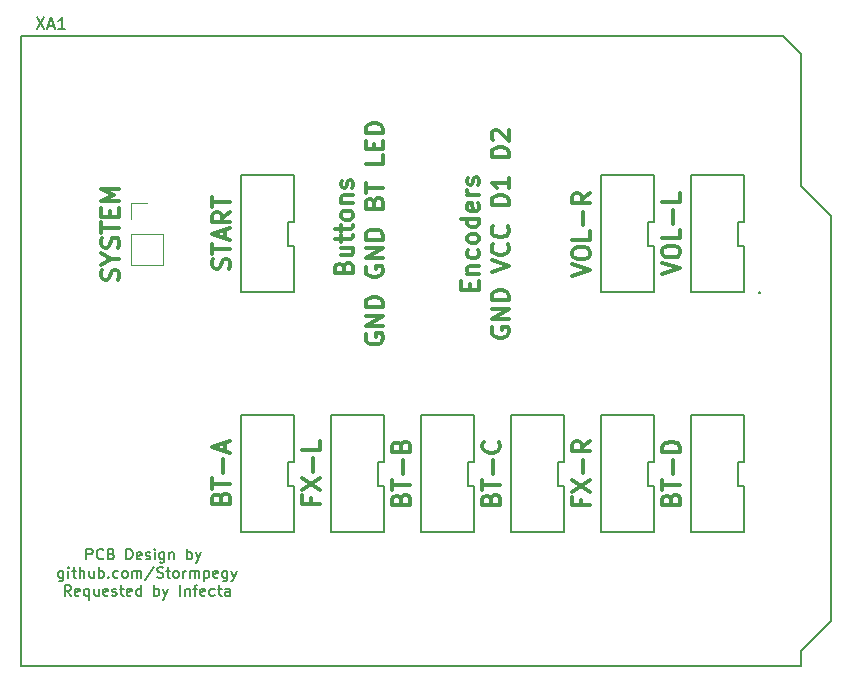
<source format=gbr>
G04 #@! TF.FileFunction,Legend,Top*
%FSLAX46Y46*%
G04 Gerber Fmt 4.6, Leading zero omitted, Abs format (unit mm)*
G04 Created by KiCad (PCBNEW 4.0.7) date 08/10/18 17:58:59*
%MOMM*%
%LPD*%
G01*
G04 APERTURE LIST*
%ADD10C,0.100000*%
%ADD11C,0.200000*%
%ADD12C,0.300000*%
%ADD13C,0.150000*%
%ADD14C,0.203200*%
%ADD15C,0.120000*%
G04 APERTURE END LIST*
D10*
D11*
X152337144Y-93599143D02*
X152337144Y-92699143D01*
X152680001Y-92699143D01*
X152765715Y-92742000D01*
X152808572Y-92784857D01*
X152851429Y-92870571D01*
X152851429Y-92999143D01*
X152808572Y-93084857D01*
X152765715Y-93127714D01*
X152680001Y-93170571D01*
X152337144Y-93170571D01*
X153751429Y-93513429D02*
X153708572Y-93556286D01*
X153580001Y-93599143D01*
X153494287Y-93599143D01*
X153365715Y-93556286D01*
X153280001Y-93470571D01*
X153237144Y-93384857D01*
X153194287Y-93213429D01*
X153194287Y-93084857D01*
X153237144Y-92913429D01*
X153280001Y-92827714D01*
X153365715Y-92742000D01*
X153494287Y-92699143D01*
X153580001Y-92699143D01*
X153708572Y-92742000D01*
X153751429Y-92784857D01*
X154437144Y-93127714D02*
X154565715Y-93170571D01*
X154608572Y-93213429D01*
X154651429Y-93299143D01*
X154651429Y-93427714D01*
X154608572Y-93513429D01*
X154565715Y-93556286D01*
X154480001Y-93599143D01*
X154137144Y-93599143D01*
X154137144Y-92699143D01*
X154437144Y-92699143D01*
X154522858Y-92742000D01*
X154565715Y-92784857D01*
X154608572Y-92870571D01*
X154608572Y-92956286D01*
X154565715Y-93042000D01*
X154522858Y-93084857D01*
X154437144Y-93127714D01*
X154137144Y-93127714D01*
X155722858Y-93599143D02*
X155722858Y-92699143D01*
X155937143Y-92699143D01*
X156065715Y-92742000D01*
X156151429Y-92827714D01*
X156194286Y-92913429D01*
X156237143Y-93084857D01*
X156237143Y-93213429D01*
X156194286Y-93384857D01*
X156151429Y-93470571D01*
X156065715Y-93556286D01*
X155937143Y-93599143D01*
X155722858Y-93599143D01*
X156965715Y-93556286D02*
X156880001Y-93599143D01*
X156708572Y-93599143D01*
X156622858Y-93556286D01*
X156580001Y-93470571D01*
X156580001Y-93127714D01*
X156622858Y-93042000D01*
X156708572Y-92999143D01*
X156880001Y-92999143D01*
X156965715Y-93042000D01*
X157008572Y-93127714D01*
X157008572Y-93213429D01*
X156580001Y-93299143D01*
X157351430Y-93556286D02*
X157437144Y-93599143D01*
X157608572Y-93599143D01*
X157694287Y-93556286D01*
X157737144Y-93470571D01*
X157737144Y-93427714D01*
X157694287Y-93342000D01*
X157608572Y-93299143D01*
X157480001Y-93299143D01*
X157394287Y-93256286D01*
X157351430Y-93170571D01*
X157351430Y-93127714D01*
X157394287Y-93042000D01*
X157480001Y-92999143D01*
X157608572Y-92999143D01*
X157694287Y-93042000D01*
X158122858Y-93599143D02*
X158122858Y-92999143D01*
X158122858Y-92699143D02*
X158080001Y-92742000D01*
X158122858Y-92784857D01*
X158165715Y-92742000D01*
X158122858Y-92699143D01*
X158122858Y-92784857D01*
X158937143Y-92999143D02*
X158937143Y-93727714D01*
X158894286Y-93813429D01*
X158851429Y-93856286D01*
X158765714Y-93899143D01*
X158637143Y-93899143D01*
X158551429Y-93856286D01*
X158937143Y-93556286D02*
X158851429Y-93599143D01*
X158680000Y-93599143D01*
X158594286Y-93556286D01*
X158551429Y-93513429D01*
X158508572Y-93427714D01*
X158508572Y-93170571D01*
X158551429Y-93084857D01*
X158594286Y-93042000D01*
X158680000Y-92999143D01*
X158851429Y-92999143D01*
X158937143Y-93042000D01*
X159365715Y-92999143D02*
X159365715Y-93599143D01*
X159365715Y-93084857D02*
X159408572Y-93042000D01*
X159494286Y-92999143D01*
X159622858Y-92999143D01*
X159708572Y-93042000D01*
X159751429Y-93127714D01*
X159751429Y-93599143D01*
X160865715Y-93599143D02*
X160865715Y-92699143D01*
X160865715Y-93042000D02*
X160951429Y-92999143D01*
X161122858Y-92999143D01*
X161208572Y-93042000D01*
X161251429Y-93084857D01*
X161294286Y-93170571D01*
X161294286Y-93427714D01*
X161251429Y-93513429D01*
X161208572Y-93556286D01*
X161122858Y-93599143D01*
X160951429Y-93599143D01*
X160865715Y-93556286D01*
X161594286Y-92999143D02*
X161808572Y-93599143D01*
X162022858Y-92999143D02*
X161808572Y-93599143D01*
X161722858Y-93813429D01*
X161680001Y-93856286D01*
X161594286Y-93899143D01*
X150387142Y-94549143D02*
X150387142Y-95277714D01*
X150344285Y-95363429D01*
X150301428Y-95406286D01*
X150215713Y-95449143D01*
X150087142Y-95449143D01*
X150001428Y-95406286D01*
X150387142Y-95106286D02*
X150301428Y-95149143D01*
X150129999Y-95149143D01*
X150044285Y-95106286D01*
X150001428Y-95063429D01*
X149958571Y-94977714D01*
X149958571Y-94720571D01*
X150001428Y-94634857D01*
X150044285Y-94592000D01*
X150129999Y-94549143D01*
X150301428Y-94549143D01*
X150387142Y-94592000D01*
X150815714Y-95149143D02*
X150815714Y-94549143D01*
X150815714Y-94249143D02*
X150772857Y-94292000D01*
X150815714Y-94334857D01*
X150858571Y-94292000D01*
X150815714Y-94249143D01*
X150815714Y-94334857D01*
X151115713Y-94549143D02*
X151458570Y-94549143D01*
X151244285Y-94249143D02*
X151244285Y-95020571D01*
X151287142Y-95106286D01*
X151372856Y-95149143D01*
X151458570Y-95149143D01*
X151758571Y-95149143D02*
X151758571Y-94249143D01*
X152144285Y-95149143D02*
X152144285Y-94677714D01*
X152101428Y-94592000D01*
X152015714Y-94549143D01*
X151887142Y-94549143D01*
X151801428Y-94592000D01*
X151758571Y-94634857D01*
X152958571Y-94549143D02*
X152958571Y-95149143D01*
X152572857Y-94549143D02*
X152572857Y-95020571D01*
X152615714Y-95106286D01*
X152701428Y-95149143D01*
X152830000Y-95149143D01*
X152915714Y-95106286D01*
X152958571Y-95063429D01*
X153387143Y-95149143D02*
X153387143Y-94249143D01*
X153387143Y-94592000D02*
X153472857Y-94549143D01*
X153644286Y-94549143D01*
X153730000Y-94592000D01*
X153772857Y-94634857D01*
X153815714Y-94720571D01*
X153815714Y-94977714D01*
X153772857Y-95063429D01*
X153730000Y-95106286D01*
X153644286Y-95149143D01*
X153472857Y-95149143D01*
X153387143Y-95106286D01*
X154201429Y-95063429D02*
X154244286Y-95106286D01*
X154201429Y-95149143D01*
X154158572Y-95106286D01*
X154201429Y-95063429D01*
X154201429Y-95149143D01*
X155015714Y-95106286D02*
X154930000Y-95149143D01*
X154758571Y-95149143D01*
X154672857Y-95106286D01*
X154630000Y-95063429D01*
X154587143Y-94977714D01*
X154587143Y-94720571D01*
X154630000Y-94634857D01*
X154672857Y-94592000D01*
X154758571Y-94549143D01*
X154930000Y-94549143D01*
X155015714Y-94592000D01*
X155530000Y-95149143D02*
X155444286Y-95106286D01*
X155401429Y-95063429D01*
X155358572Y-94977714D01*
X155358572Y-94720571D01*
X155401429Y-94634857D01*
X155444286Y-94592000D01*
X155530000Y-94549143D01*
X155658572Y-94549143D01*
X155744286Y-94592000D01*
X155787143Y-94634857D01*
X155830000Y-94720571D01*
X155830000Y-94977714D01*
X155787143Y-95063429D01*
X155744286Y-95106286D01*
X155658572Y-95149143D01*
X155530000Y-95149143D01*
X156215715Y-95149143D02*
X156215715Y-94549143D01*
X156215715Y-94634857D02*
X156258572Y-94592000D01*
X156344286Y-94549143D01*
X156472858Y-94549143D01*
X156558572Y-94592000D01*
X156601429Y-94677714D01*
X156601429Y-95149143D01*
X156601429Y-94677714D02*
X156644286Y-94592000D01*
X156730000Y-94549143D01*
X156858572Y-94549143D01*
X156944286Y-94592000D01*
X156987143Y-94677714D01*
X156987143Y-95149143D01*
X158058572Y-94206286D02*
X157287143Y-95363429D01*
X158315715Y-95106286D02*
X158444286Y-95149143D01*
X158658572Y-95149143D01*
X158744286Y-95106286D01*
X158787143Y-95063429D01*
X158830000Y-94977714D01*
X158830000Y-94892000D01*
X158787143Y-94806286D01*
X158744286Y-94763429D01*
X158658572Y-94720571D01*
X158487143Y-94677714D01*
X158401429Y-94634857D01*
X158358572Y-94592000D01*
X158315715Y-94506286D01*
X158315715Y-94420571D01*
X158358572Y-94334857D01*
X158401429Y-94292000D01*
X158487143Y-94249143D01*
X158701429Y-94249143D01*
X158830000Y-94292000D01*
X159087143Y-94549143D02*
X159430000Y-94549143D01*
X159215715Y-94249143D02*
X159215715Y-95020571D01*
X159258572Y-95106286D01*
X159344286Y-95149143D01*
X159430000Y-95149143D01*
X159858572Y-95149143D02*
X159772858Y-95106286D01*
X159730001Y-95063429D01*
X159687144Y-94977714D01*
X159687144Y-94720571D01*
X159730001Y-94634857D01*
X159772858Y-94592000D01*
X159858572Y-94549143D01*
X159987144Y-94549143D01*
X160072858Y-94592000D01*
X160115715Y-94634857D01*
X160158572Y-94720571D01*
X160158572Y-94977714D01*
X160115715Y-95063429D01*
X160072858Y-95106286D01*
X159987144Y-95149143D01*
X159858572Y-95149143D01*
X160544287Y-95149143D02*
X160544287Y-94549143D01*
X160544287Y-94720571D02*
X160587144Y-94634857D01*
X160630001Y-94592000D01*
X160715715Y-94549143D01*
X160801430Y-94549143D01*
X161101430Y-95149143D02*
X161101430Y-94549143D01*
X161101430Y-94634857D02*
X161144287Y-94592000D01*
X161230001Y-94549143D01*
X161358573Y-94549143D01*
X161444287Y-94592000D01*
X161487144Y-94677714D01*
X161487144Y-95149143D01*
X161487144Y-94677714D02*
X161530001Y-94592000D01*
X161615715Y-94549143D01*
X161744287Y-94549143D01*
X161830001Y-94592000D01*
X161872858Y-94677714D01*
X161872858Y-95149143D01*
X162301430Y-94549143D02*
X162301430Y-95449143D01*
X162301430Y-94592000D02*
X162387144Y-94549143D01*
X162558573Y-94549143D01*
X162644287Y-94592000D01*
X162687144Y-94634857D01*
X162730001Y-94720571D01*
X162730001Y-94977714D01*
X162687144Y-95063429D01*
X162644287Y-95106286D01*
X162558573Y-95149143D01*
X162387144Y-95149143D01*
X162301430Y-95106286D01*
X163458573Y-95106286D02*
X163372859Y-95149143D01*
X163201430Y-95149143D01*
X163115716Y-95106286D01*
X163072859Y-95020571D01*
X163072859Y-94677714D01*
X163115716Y-94592000D01*
X163201430Y-94549143D01*
X163372859Y-94549143D01*
X163458573Y-94592000D01*
X163501430Y-94677714D01*
X163501430Y-94763429D01*
X163072859Y-94849143D01*
X164272859Y-94549143D02*
X164272859Y-95277714D01*
X164230002Y-95363429D01*
X164187145Y-95406286D01*
X164101430Y-95449143D01*
X163972859Y-95449143D01*
X163887145Y-95406286D01*
X164272859Y-95106286D02*
X164187145Y-95149143D01*
X164015716Y-95149143D01*
X163930002Y-95106286D01*
X163887145Y-95063429D01*
X163844288Y-94977714D01*
X163844288Y-94720571D01*
X163887145Y-94634857D01*
X163930002Y-94592000D01*
X164015716Y-94549143D01*
X164187145Y-94549143D01*
X164272859Y-94592000D01*
X164615716Y-94549143D02*
X164830002Y-95149143D01*
X165044288Y-94549143D02*
X164830002Y-95149143D01*
X164744288Y-95363429D01*
X164701431Y-95406286D01*
X164615716Y-95449143D01*
X151008570Y-96699143D02*
X150708570Y-96270571D01*
X150494285Y-96699143D02*
X150494285Y-95799143D01*
X150837142Y-95799143D01*
X150922856Y-95842000D01*
X150965713Y-95884857D01*
X151008570Y-95970571D01*
X151008570Y-96099143D01*
X150965713Y-96184857D01*
X150922856Y-96227714D01*
X150837142Y-96270571D01*
X150494285Y-96270571D01*
X151737142Y-96656286D02*
X151651428Y-96699143D01*
X151479999Y-96699143D01*
X151394285Y-96656286D01*
X151351428Y-96570571D01*
X151351428Y-96227714D01*
X151394285Y-96142000D01*
X151479999Y-96099143D01*
X151651428Y-96099143D01*
X151737142Y-96142000D01*
X151779999Y-96227714D01*
X151779999Y-96313429D01*
X151351428Y-96399143D01*
X152551428Y-96099143D02*
X152551428Y-96999143D01*
X152551428Y-96656286D02*
X152465714Y-96699143D01*
X152294285Y-96699143D01*
X152208571Y-96656286D01*
X152165714Y-96613429D01*
X152122857Y-96527714D01*
X152122857Y-96270571D01*
X152165714Y-96184857D01*
X152208571Y-96142000D01*
X152294285Y-96099143D01*
X152465714Y-96099143D01*
X152551428Y-96142000D01*
X153365714Y-96099143D02*
X153365714Y-96699143D01*
X152980000Y-96099143D02*
X152980000Y-96570571D01*
X153022857Y-96656286D01*
X153108571Y-96699143D01*
X153237143Y-96699143D01*
X153322857Y-96656286D01*
X153365714Y-96613429D01*
X154137143Y-96656286D02*
X154051429Y-96699143D01*
X153880000Y-96699143D01*
X153794286Y-96656286D01*
X153751429Y-96570571D01*
X153751429Y-96227714D01*
X153794286Y-96142000D01*
X153880000Y-96099143D01*
X154051429Y-96099143D01*
X154137143Y-96142000D01*
X154180000Y-96227714D01*
X154180000Y-96313429D01*
X153751429Y-96399143D01*
X154522858Y-96656286D02*
X154608572Y-96699143D01*
X154780000Y-96699143D01*
X154865715Y-96656286D01*
X154908572Y-96570571D01*
X154908572Y-96527714D01*
X154865715Y-96442000D01*
X154780000Y-96399143D01*
X154651429Y-96399143D01*
X154565715Y-96356286D01*
X154522858Y-96270571D01*
X154522858Y-96227714D01*
X154565715Y-96142000D01*
X154651429Y-96099143D01*
X154780000Y-96099143D01*
X154865715Y-96142000D01*
X155165714Y-96099143D02*
X155508571Y-96099143D01*
X155294286Y-95799143D02*
X155294286Y-96570571D01*
X155337143Y-96656286D01*
X155422857Y-96699143D01*
X155508571Y-96699143D01*
X156151429Y-96656286D02*
X156065715Y-96699143D01*
X155894286Y-96699143D01*
X155808572Y-96656286D01*
X155765715Y-96570571D01*
X155765715Y-96227714D01*
X155808572Y-96142000D01*
X155894286Y-96099143D01*
X156065715Y-96099143D01*
X156151429Y-96142000D01*
X156194286Y-96227714D01*
X156194286Y-96313429D01*
X155765715Y-96399143D01*
X156965715Y-96699143D02*
X156965715Y-95799143D01*
X156965715Y-96656286D02*
X156880001Y-96699143D01*
X156708572Y-96699143D01*
X156622858Y-96656286D01*
X156580001Y-96613429D01*
X156537144Y-96527714D01*
X156537144Y-96270571D01*
X156580001Y-96184857D01*
X156622858Y-96142000D01*
X156708572Y-96099143D01*
X156880001Y-96099143D01*
X156965715Y-96142000D01*
X158080001Y-96699143D02*
X158080001Y-95799143D01*
X158080001Y-96142000D02*
X158165715Y-96099143D01*
X158337144Y-96099143D01*
X158422858Y-96142000D01*
X158465715Y-96184857D01*
X158508572Y-96270571D01*
X158508572Y-96527714D01*
X158465715Y-96613429D01*
X158422858Y-96656286D01*
X158337144Y-96699143D01*
X158165715Y-96699143D01*
X158080001Y-96656286D01*
X158808572Y-96099143D02*
X159022858Y-96699143D01*
X159237144Y-96099143D02*
X159022858Y-96699143D01*
X158937144Y-96913429D01*
X158894287Y-96956286D01*
X158808572Y-96999143D01*
X160265715Y-96699143D02*
X160265715Y-95799143D01*
X160694286Y-96099143D02*
X160694286Y-96699143D01*
X160694286Y-96184857D02*
X160737143Y-96142000D01*
X160822857Y-96099143D01*
X160951429Y-96099143D01*
X161037143Y-96142000D01*
X161080000Y-96227714D01*
X161080000Y-96699143D01*
X161380000Y-96099143D02*
X161722857Y-96099143D01*
X161508572Y-96699143D02*
X161508572Y-95927714D01*
X161551429Y-95842000D01*
X161637143Y-95799143D01*
X161722857Y-95799143D01*
X162365715Y-96656286D02*
X162280001Y-96699143D01*
X162108572Y-96699143D01*
X162022858Y-96656286D01*
X161980001Y-96570571D01*
X161980001Y-96227714D01*
X162022858Y-96142000D01*
X162108572Y-96099143D01*
X162280001Y-96099143D01*
X162365715Y-96142000D01*
X162408572Y-96227714D01*
X162408572Y-96313429D01*
X161980001Y-96399143D01*
X163180001Y-96656286D02*
X163094287Y-96699143D01*
X162922858Y-96699143D01*
X162837144Y-96656286D01*
X162794287Y-96613429D01*
X162751430Y-96527714D01*
X162751430Y-96270571D01*
X162794287Y-96184857D01*
X162837144Y-96142000D01*
X162922858Y-96099143D01*
X163094287Y-96099143D01*
X163180001Y-96142000D01*
X163437144Y-96099143D02*
X163780001Y-96099143D01*
X163565716Y-95799143D02*
X163565716Y-96570571D01*
X163608573Y-96656286D01*
X163694287Y-96699143D01*
X163780001Y-96699143D01*
X164465716Y-96699143D02*
X164465716Y-96227714D01*
X164422859Y-96142000D01*
X164337145Y-96099143D01*
X164165716Y-96099143D01*
X164080002Y-96142000D01*
X164465716Y-96656286D02*
X164380002Y-96699143D01*
X164165716Y-96699143D01*
X164080002Y-96656286D01*
X164037145Y-96570571D01*
X164037145Y-96484857D01*
X164080002Y-96399143D01*
X164165716Y-96356286D01*
X164380002Y-96356286D01*
X164465716Y-96313429D01*
D12*
X184799857Y-70754285D02*
X184799857Y-70254285D01*
X185585571Y-70039999D02*
X185585571Y-70754285D01*
X184085571Y-70754285D01*
X184085571Y-70039999D01*
X184585571Y-69397142D02*
X185585571Y-69397142D01*
X184728429Y-69397142D02*
X184657000Y-69325714D01*
X184585571Y-69182856D01*
X184585571Y-68968571D01*
X184657000Y-68825714D01*
X184799857Y-68754285D01*
X185585571Y-68754285D01*
X185514143Y-67397142D02*
X185585571Y-67539999D01*
X185585571Y-67825713D01*
X185514143Y-67968571D01*
X185442714Y-68039999D01*
X185299857Y-68111428D01*
X184871286Y-68111428D01*
X184728429Y-68039999D01*
X184657000Y-67968571D01*
X184585571Y-67825713D01*
X184585571Y-67539999D01*
X184657000Y-67397142D01*
X185585571Y-66539999D02*
X185514143Y-66682857D01*
X185442714Y-66754285D01*
X185299857Y-66825714D01*
X184871286Y-66825714D01*
X184728429Y-66754285D01*
X184657000Y-66682857D01*
X184585571Y-66539999D01*
X184585571Y-66325714D01*
X184657000Y-66182857D01*
X184728429Y-66111428D01*
X184871286Y-66039999D01*
X185299857Y-66039999D01*
X185442714Y-66111428D01*
X185514143Y-66182857D01*
X185585571Y-66325714D01*
X185585571Y-66539999D01*
X185585571Y-64754285D02*
X184085571Y-64754285D01*
X185514143Y-64754285D02*
X185585571Y-64897142D01*
X185585571Y-65182856D01*
X185514143Y-65325714D01*
X185442714Y-65397142D01*
X185299857Y-65468571D01*
X184871286Y-65468571D01*
X184728429Y-65397142D01*
X184657000Y-65325714D01*
X184585571Y-65182856D01*
X184585571Y-64897142D01*
X184657000Y-64754285D01*
X185514143Y-63468571D02*
X185585571Y-63611428D01*
X185585571Y-63897142D01*
X185514143Y-64039999D01*
X185371286Y-64111428D01*
X184799857Y-64111428D01*
X184657000Y-64039999D01*
X184585571Y-63897142D01*
X184585571Y-63611428D01*
X184657000Y-63468571D01*
X184799857Y-63397142D01*
X184942714Y-63397142D01*
X185085571Y-64111428D01*
X185585571Y-62754285D02*
X184585571Y-62754285D01*
X184871286Y-62754285D02*
X184728429Y-62682857D01*
X184657000Y-62611428D01*
X184585571Y-62468571D01*
X184585571Y-62325714D01*
X185514143Y-61897143D02*
X185585571Y-61754286D01*
X185585571Y-61468571D01*
X185514143Y-61325714D01*
X185371286Y-61254286D01*
X185299857Y-61254286D01*
X185157000Y-61325714D01*
X185085571Y-61468571D01*
X185085571Y-61682857D01*
X185014143Y-61825714D01*
X184871286Y-61897143D01*
X184799857Y-61897143D01*
X184657000Y-61825714D01*
X184585571Y-61682857D01*
X184585571Y-61468571D01*
X184657000Y-61325714D01*
X186707000Y-73968571D02*
X186635571Y-74111428D01*
X186635571Y-74325714D01*
X186707000Y-74539999D01*
X186849857Y-74682857D01*
X186992714Y-74754285D01*
X187278429Y-74825714D01*
X187492714Y-74825714D01*
X187778429Y-74754285D01*
X187921286Y-74682857D01*
X188064143Y-74539999D01*
X188135571Y-74325714D01*
X188135571Y-74182857D01*
X188064143Y-73968571D01*
X187992714Y-73897142D01*
X187492714Y-73897142D01*
X187492714Y-74182857D01*
X188135571Y-73254285D02*
X186635571Y-73254285D01*
X188135571Y-72397142D01*
X186635571Y-72397142D01*
X188135571Y-71682856D02*
X186635571Y-71682856D01*
X186635571Y-71325713D01*
X186707000Y-71111428D01*
X186849857Y-70968570D01*
X186992714Y-70897142D01*
X187278429Y-70825713D01*
X187492714Y-70825713D01*
X187778429Y-70897142D01*
X187921286Y-70968570D01*
X188064143Y-71111428D01*
X188135571Y-71325713D01*
X188135571Y-71682856D01*
X186635571Y-69254285D02*
X188135571Y-68754285D01*
X186635571Y-68254285D01*
X187992714Y-66897142D02*
X188064143Y-66968571D01*
X188135571Y-67182857D01*
X188135571Y-67325714D01*
X188064143Y-67539999D01*
X187921286Y-67682857D01*
X187778429Y-67754285D01*
X187492714Y-67825714D01*
X187278429Y-67825714D01*
X186992714Y-67754285D01*
X186849857Y-67682857D01*
X186707000Y-67539999D01*
X186635571Y-67325714D01*
X186635571Y-67182857D01*
X186707000Y-66968571D01*
X186778429Y-66897142D01*
X187992714Y-65397142D02*
X188064143Y-65468571D01*
X188135571Y-65682857D01*
X188135571Y-65825714D01*
X188064143Y-66039999D01*
X187921286Y-66182857D01*
X187778429Y-66254285D01*
X187492714Y-66325714D01*
X187278429Y-66325714D01*
X186992714Y-66254285D01*
X186849857Y-66182857D01*
X186707000Y-66039999D01*
X186635571Y-65825714D01*
X186635571Y-65682857D01*
X186707000Y-65468571D01*
X186778429Y-65397142D01*
X188135571Y-63611428D02*
X186635571Y-63611428D01*
X186635571Y-63254285D01*
X186707000Y-63040000D01*
X186849857Y-62897142D01*
X186992714Y-62825714D01*
X187278429Y-62754285D01*
X187492714Y-62754285D01*
X187778429Y-62825714D01*
X187921286Y-62897142D01*
X188064143Y-63040000D01*
X188135571Y-63254285D01*
X188135571Y-63611428D01*
X188135571Y-61325714D02*
X188135571Y-62182857D01*
X188135571Y-61754285D02*
X186635571Y-61754285D01*
X186849857Y-61897142D01*
X186992714Y-62040000D01*
X187064143Y-62182857D01*
X188135571Y-59540000D02*
X186635571Y-59540000D01*
X186635571Y-59182857D01*
X186707000Y-58968572D01*
X186849857Y-58825714D01*
X186992714Y-58754286D01*
X187278429Y-58682857D01*
X187492714Y-58682857D01*
X187778429Y-58754286D01*
X187921286Y-58825714D01*
X188064143Y-58968572D01*
X188135571Y-59182857D01*
X188135571Y-59540000D01*
X186778429Y-58111429D02*
X186707000Y-58040000D01*
X186635571Y-57897143D01*
X186635571Y-57540000D01*
X186707000Y-57397143D01*
X186778429Y-57325714D01*
X186921286Y-57254286D01*
X187064143Y-57254286D01*
X187278429Y-57325714D01*
X188135571Y-58182857D01*
X188135571Y-57254286D01*
X174131857Y-68861429D02*
X174203286Y-68647143D01*
X174274714Y-68575715D01*
X174417571Y-68504286D01*
X174631857Y-68504286D01*
X174774714Y-68575715D01*
X174846143Y-68647143D01*
X174917571Y-68790001D01*
X174917571Y-69361429D01*
X173417571Y-69361429D01*
X173417571Y-68861429D01*
X173489000Y-68718572D01*
X173560429Y-68647143D01*
X173703286Y-68575715D01*
X173846143Y-68575715D01*
X173989000Y-68647143D01*
X174060429Y-68718572D01*
X174131857Y-68861429D01*
X174131857Y-69361429D01*
X173917571Y-67218572D02*
X174917571Y-67218572D01*
X173917571Y-67861429D02*
X174703286Y-67861429D01*
X174846143Y-67790001D01*
X174917571Y-67647143D01*
X174917571Y-67432858D01*
X174846143Y-67290001D01*
X174774714Y-67218572D01*
X173917571Y-66718572D02*
X173917571Y-66147143D01*
X173417571Y-66504286D02*
X174703286Y-66504286D01*
X174846143Y-66432858D01*
X174917571Y-66290000D01*
X174917571Y-66147143D01*
X173917571Y-65861429D02*
X173917571Y-65290000D01*
X173417571Y-65647143D02*
X174703286Y-65647143D01*
X174846143Y-65575715D01*
X174917571Y-65432857D01*
X174917571Y-65290000D01*
X174917571Y-64575714D02*
X174846143Y-64718572D01*
X174774714Y-64790000D01*
X174631857Y-64861429D01*
X174203286Y-64861429D01*
X174060429Y-64790000D01*
X173989000Y-64718572D01*
X173917571Y-64575714D01*
X173917571Y-64361429D01*
X173989000Y-64218572D01*
X174060429Y-64147143D01*
X174203286Y-64075714D01*
X174631857Y-64075714D01*
X174774714Y-64147143D01*
X174846143Y-64218572D01*
X174917571Y-64361429D01*
X174917571Y-64575714D01*
X173917571Y-63432857D02*
X174917571Y-63432857D01*
X174060429Y-63432857D02*
X173989000Y-63361429D01*
X173917571Y-63218571D01*
X173917571Y-63004286D01*
X173989000Y-62861429D01*
X174131857Y-62790000D01*
X174917571Y-62790000D01*
X174846143Y-62147143D02*
X174917571Y-62004286D01*
X174917571Y-61718571D01*
X174846143Y-61575714D01*
X174703286Y-61504286D01*
X174631857Y-61504286D01*
X174489000Y-61575714D01*
X174417571Y-61718571D01*
X174417571Y-61932857D01*
X174346143Y-62075714D01*
X174203286Y-62147143D01*
X174131857Y-62147143D01*
X173989000Y-62075714D01*
X173917571Y-61932857D01*
X173917571Y-61718571D01*
X173989000Y-61575714D01*
X176039000Y-74540000D02*
X175967571Y-74682857D01*
X175967571Y-74897143D01*
X176039000Y-75111428D01*
X176181857Y-75254286D01*
X176324714Y-75325714D01*
X176610429Y-75397143D01*
X176824714Y-75397143D01*
X177110429Y-75325714D01*
X177253286Y-75254286D01*
X177396143Y-75111428D01*
X177467571Y-74897143D01*
X177467571Y-74754286D01*
X177396143Y-74540000D01*
X177324714Y-74468571D01*
X176824714Y-74468571D01*
X176824714Y-74754286D01*
X177467571Y-73825714D02*
X175967571Y-73825714D01*
X177467571Y-72968571D01*
X175967571Y-72968571D01*
X177467571Y-72254285D02*
X175967571Y-72254285D01*
X175967571Y-71897142D01*
X176039000Y-71682857D01*
X176181857Y-71539999D01*
X176324714Y-71468571D01*
X176610429Y-71397142D01*
X176824714Y-71397142D01*
X177110429Y-71468571D01*
X177253286Y-71539999D01*
X177396143Y-71682857D01*
X177467571Y-71897142D01*
X177467571Y-72254285D01*
X176039000Y-68825714D02*
X175967571Y-68968571D01*
X175967571Y-69182857D01*
X176039000Y-69397142D01*
X176181857Y-69540000D01*
X176324714Y-69611428D01*
X176610429Y-69682857D01*
X176824714Y-69682857D01*
X177110429Y-69611428D01*
X177253286Y-69540000D01*
X177396143Y-69397142D01*
X177467571Y-69182857D01*
X177467571Y-69040000D01*
X177396143Y-68825714D01*
X177324714Y-68754285D01*
X176824714Y-68754285D01*
X176824714Y-69040000D01*
X177467571Y-68111428D02*
X175967571Y-68111428D01*
X177467571Y-67254285D01*
X175967571Y-67254285D01*
X177467571Y-66539999D02*
X175967571Y-66539999D01*
X175967571Y-66182856D01*
X176039000Y-65968571D01*
X176181857Y-65825713D01*
X176324714Y-65754285D01*
X176610429Y-65682856D01*
X176824714Y-65682856D01*
X177110429Y-65754285D01*
X177253286Y-65825713D01*
X177396143Y-65968571D01*
X177467571Y-66182856D01*
X177467571Y-66539999D01*
X176681857Y-63397142D02*
X176753286Y-63182856D01*
X176824714Y-63111428D01*
X176967571Y-63039999D01*
X177181857Y-63039999D01*
X177324714Y-63111428D01*
X177396143Y-63182856D01*
X177467571Y-63325714D01*
X177467571Y-63897142D01*
X175967571Y-63897142D01*
X175967571Y-63397142D01*
X176039000Y-63254285D01*
X176110429Y-63182856D01*
X176253286Y-63111428D01*
X176396143Y-63111428D01*
X176539000Y-63182856D01*
X176610429Y-63254285D01*
X176681857Y-63397142D01*
X176681857Y-63897142D01*
X175967571Y-62611428D02*
X175967571Y-61754285D01*
X177467571Y-62182856D02*
X175967571Y-62182856D01*
X177467571Y-59397142D02*
X177467571Y-60111428D01*
X175967571Y-60111428D01*
X176681857Y-58897142D02*
X176681857Y-58397142D01*
X177467571Y-58182856D02*
X177467571Y-58897142D01*
X175967571Y-58897142D01*
X175967571Y-58182856D01*
X177467571Y-57539999D02*
X175967571Y-57539999D01*
X175967571Y-57182856D01*
X176039000Y-56968571D01*
X176181857Y-56825713D01*
X176324714Y-56754285D01*
X176610429Y-56682856D01*
X176824714Y-56682856D01*
X177110429Y-56754285D01*
X177253286Y-56825713D01*
X177396143Y-56968571D01*
X177467571Y-57182856D01*
X177467571Y-57539999D01*
X155039143Y-69932857D02*
X155110571Y-69718571D01*
X155110571Y-69361428D01*
X155039143Y-69218571D01*
X154967714Y-69147142D01*
X154824857Y-69075714D01*
X154682000Y-69075714D01*
X154539143Y-69147142D01*
X154467714Y-69218571D01*
X154396286Y-69361428D01*
X154324857Y-69647142D01*
X154253429Y-69790000D01*
X154182000Y-69861428D01*
X154039143Y-69932857D01*
X153896286Y-69932857D01*
X153753429Y-69861428D01*
X153682000Y-69790000D01*
X153610571Y-69647142D01*
X153610571Y-69290000D01*
X153682000Y-69075714D01*
X154396286Y-68147143D02*
X155110571Y-68147143D01*
X153610571Y-68647143D02*
X154396286Y-68147143D01*
X153610571Y-67647143D01*
X155039143Y-67218572D02*
X155110571Y-67004286D01*
X155110571Y-66647143D01*
X155039143Y-66504286D01*
X154967714Y-66432857D01*
X154824857Y-66361429D01*
X154682000Y-66361429D01*
X154539143Y-66432857D01*
X154467714Y-66504286D01*
X154396286Y-66647143D01*
X154324857Y-66932857D01*
X154253429Y-67075715D01*
X154182000Y-67147143D01*
X154039143Y-67218572D01*
X153896286Y-67218572D01*
X153753429Y-67147143D01*
X153682000Y-67075715D01*
X153610571Y-66932857D01*
X153610571Y-66575715D01*
X153682000Y-66361429D01*
X153610571Y-65932858D02*
X153610571Y-65075715D01*
X155110571Y-65504286D02*
X153610571Y-65504286D01*
X154324857Y-64575715D02*
X154324857Y-64075715D01*
X155110571Y-63861429D02*
X155110571Y-64575715D01*
X153610571Y-64575715D01*
X153610571Y-63861429D01*
X155110571Y-63218572D02*
X153610571Y-63218572D01*
X154682000Y-62718572D01*
X153610571Y-62218572D01*
X155110571Y-62218572D01*
X201822857Y-88502857D02*
X201894286Y-88288571D01*
X201965714Y-88217143D01*
X202108571Y-88145714D01*
X202322857Y-88145714D01*
X202465714Y-88217143D01*
X202537143Y-88288571D01*
X202608571Y-88431429D01*
X202608571Y-89002857D01*
X201108571Y-89002857D01*
X201108571Y-88502857D01*
X201180000Y-88360000D01*
X201251429Y-88288571D01*
X201394286Y-88217143D01*
X201537143Y-88217143D01*
X201680000Y-88288571D01*
X201751429Y-88360000D01*
X201822857Y-88502857D01*
X201822857Y-89002857D01*
X201108571Y-87717143D02*
X201108571Y-86860000D01*
X202608571Y-87288571D02*
X201108571Y-87288571D01*
X202037143Y-86360000D02*
X202037143Y-85217143D01*
X202608571Y-84502857D02*
X201108571Y-84502857D01*
X201108571Y-84145714D01*
X201180000Y-83931429D01*
X201322857Y-83788571D01*
X201465714Y-83717143D01*
X201751429Y-83645714D01*
X201965714Y-83645714D01*
X202251429Y-83717143D01*
X202394286Y-83788571D01*
X202537143Y-83931429D01*
X202608571Y-84145714D01*
X202608571Y-84502857D01*
X194202857Y-88538571D02*
X194202857Y-89038571D01*
X194988571Y-89038571D02*
X193488571Y-89038571D01*
X193488571Y-88324285D01*
X193488571Y-87895714D02*
X194988571Y-86895714D01*
X193488571Y-86895714D02*
X194988571Y-87895714D01*
X194417143Y-86324286D02*
X194417143Y-85181429D01*
X194988571Y-83610000D02*
X194274286Y-84110000D01*
X194988571Y-84467143D02*
X193488571Y-84467143D01*
X193488571Y-83895715D01*
X193560000Y-83752857D01*
X193631429Y-83681429D01*
X193774286Y-83610000D01*
X193988571Y-83610000D01*
X194131429Y-83681429D01*
X194202857Y-83752857D01*
X194274286Y-83895715D01*
X194274286Y-84467143D01*
X186582857Y-88502857D02*
X186654286Y-88288571D01*
X186725714Y-88217143D01*
X186868571Y-88145714D01*
X187082857Y-88145714D01*
X187225714Y-88217143D01*
X187297143Y-88288571D01*
X187368571Y-88431429D01*
X187368571Y-89002857D01*
X185868571Y-89002857D01*
X185868571Y-88502857D01*
X185940000Y-88360000D01*
X186011429Y-88288571D01*
X186154286Y-88217143D01*
X186297143Y-88217143D01*
X186440000Y-88288571D01*
X186511429Y-88360000D01*
X186582857Y-88502857D01*
X186582857Y-89002857D01*
X185868571Y-87717143D02*
X185868571Y-86860000D01*
X187368571Y-87288571D02*
X185868571Y-87288571D01*
X186797143Y-86360000D02*
X186797143Y-85217143D01*
X187225714Y-83645714D02*
X187297143Y-83717143D01*
X187368571Y-83931429D01*
X187368571Y-84074286D01*
X187297143Y-84288571D01*
X187154286Y-84431429D01*
X187011429Y-84502857D01*
X186725714Y-84574286D01*
X186511429Y-84574286D01*
X186225714Y-84502857D01*
X186082857Y-84431429D01*
X185940000Y-84288571D01*
X185868571Y-84074286D01*
X185868571Y-83931429D01*
X185940000Y-83717143D01*
X186011429Y-83645714D01*
X178962857Y-88502857D02*
X179034286Y-88288571D01*
X179105714Y-88217143D01*
X179248571Y-88145714D01*
X179462857Y-88145714D01*
X179605714Y-88217143D01*
X179677143Y-88288571D01*
X179748571Y-88431429D01*
X179748571Y-89002857D01*
X178248571Y-89002857D01*
X178248571Y-88502857D01*
X178320000Y-88360000D01*
X178391429Y-88288571D01*
X178534286Y-88217143D01*
X178677143Y-88217143D01*
X178820000Y-88288571D01*
X178891429Y-88360000D01*
X178962857Y-88502857D01*
X178962857Y-89002857D01*
X178248571Y-87717143D02*
X178248571Y-86860000D01*
X179748571Y-87288571D02*
X178248571Y-87288571D01*
X179177143Y-86360000D02*
X179177143Y-85217143D01*
X178962857Y-84002857D02*
X179034286Y-83788571D01*
X179105714Y-83717143D01*
X179248571Y-83645714D01*
X179462857Y-83645714D01*
X179605714Y-83717143D01*
X179677143Y-83788571D01*
X179748571Y-83931429D01*
X179748571Y-84502857D01*
X178248571Y-84502857D01*
X178248571Y-84002857D01*
X178320000Y-83860000D01*
X178391429Y-83788571D01*
X178534286Y-83717143D01*
X178677143Y-83717143D01*
X178820000Y-83788571D01*
X178891429Y-83860000D01*
X178962857Y-84002857D01*
X178962857Y-84502857D01*
X171342857Y-88395714D02*
X171342857Y-88895714D01*
X172128571Y-88895714D02*
X170628571Y-88895714D01*
X170628571Y-88181428D01*
X170628571Y-87752857D02*
X172128571Y-86752857D01*
X170628571Y-86752857D02*
X172128571Y-87752857D01*
X171557143Y-86181429D02*
X171557143Y-85038572D01*
X172128571Y-83610000D02*
X172128571Y-84324286D01*
X170628571Y-84324286D01*
X163722857Y-88395714D02*
X163794286Y-88181428D01*
X163865714Y-88110000D01*
X164008571Y-88038571D01*
X164222857Y-88038571D01*
X164365714Y-88110000D01*
X164437143Y-88181428D01*
X164508571Y-88324286D01*
X164508571Y-88895714D01*
X163008571Y-88895714D01*
X163008571Y-88395714D01*
X163080000Y-88252857D01*
X163151429Y-88181428D01*
X163294286Y-88110000D01*
X163437143Y-88110000D01*
X163580000Y-88181428D01*
X163651429Y-88252857D01*
X163722857Y-88395714D01*
X163722857Y-88895714D01*
X163008571Y-87610000D02*
X163008571Y-86752857D01*
X164508571Y-87181428D02*
X163008571Y-87181428D01*
X163937143Y-86252857D02*
X163937143Y-85110000D01*
X164080000Y-84467143D02*
X164080000Y-83752857D01*
X164508571Y-84610000D02*
X163008571Y-84110000D01*
X164508571Y-83610000D01*
X164437143Y-69004285D02*
X164508571Y-68789999D01*
X164508571Y-68432856D01*
X164437143Y-68289999D01*
X164365714Y-68218570D01*
X164222857Y-68147142D01*
X164080000Y-68147142D01*
X163937143Y-68218570D01*
X163865714Y-68289999D01*
X163794286Y-68432856D01*
X163722857Y-68718570D01*
X163651429Y-68861428D01*
X163580000Y-68932856D01*
X163437143Y-69004285D01*
X163294286Y-69004285D01*
X163151429Y-68932856D01*
X163080000Y-68861428D01*
X163008571Y-68718570D01*
X163008571Y-68361428D01*
X163080000Y-68147142D01*
X163008571Y-67718571D02*
X163008571Y-66861428D01*
X164508571Y-67289999D02*
X163008571Y-67289999D01*
X164080000Y-66432857D02*
X164080000Y-65718571D01*
X164508571Y-66575714D02*
X163008571Y-66075714D01*
X164508571Y-65575714D01*
X164508571Y-64218571D02*
X163794286Y-64718571D01*
X164508571Y-65075714D02*
X163008571Y-65075714D01*
X163008571Y-64504286D01*
X163080000Y-64361428D01*
X163151429Y-64290000D01*
X163294286Y-64218571D01*
X163508571Y-64218571D01*
X163651429Y-64290000D01*
X163722857Y-64361428D01*
X163794286Y-64504286D01*
X163794286Y-65075714D01*
X163008571Y-63790000D02*
X163008571Y-62932857D01*
X164508571Y-63361428D02*
X163008571Y-63361428D01*
X201108571Y-69468572D02*
X202608571Y-68968572D01*
X201108571Y-68468572D01*
X201108571Y-67682858D02*
X201108571Y-67397144D01*
X201180000Y-67254286D01*
X201322857Y-67111429D01*
X201608571Y-67040001D01*
X202108571Y-67040001D01*
X202394286Y-67111429D01*
X202537143Y-67254286D01*
X202608571Y-67397144D01*
X202608571Y-67682858D01*
X202537143Y-67825715D01*
X202394286Y-67968572D01*
X202108571Y-68040001D01*
X201608571Y-68040001D01*
X201322857Y-67968572D01*
X201180000Y-67825715D01*
X201108571Y-67682858D01*
X202608571Y-65682857D02*
X202608571Y-66397143D01*
X201108571Y-66397143D01*
X202037143Y-65182857D02*
X202037143Y-64040000D01*
X202608571Y-62611428D02*
X202608571Y-63325714D01*
X201108571Y-63325714D01*
X193488571Y-69611429D02*
X194988571Y-69111429D01*
X193488571Y-68611429D01*
X193488571Y-67825715D02*
X193488571Y-67540001D01*
X193560000Y-67397143D01*
X193702857Y-67254286D01*
X193988571Y-67182858D01*
X194488571Y-67182858D01*
X194774286Y-67254286D01*
X194917143Y-67397143D01*
X194988571Y-67540001D01*
X194988571Y-67825715D01*
X194917143Y-67968572D01*
X194774286Y-68111429D01*
X194488571Y-68182858D01*
X193988571Y-68182858D01*
X193702857Y-68111429D01*
X193560000Y-67968572D01*
X193488571Y-67825715D01*
X194988571Y-65825714D02*
X194988571Y-66540000D01*
X193488571Y-66540000D01*
X194417143Y-65325714D02*
X194417143Y-64182857D01*
X194988571Y-62611428D02*
X194274286Y-63111428D01*
X194988571Y-63468571D02*
X193488571Y-63468571D01*
X193488571Y-62897143D01*
X193560000Y-62754285D01*
X193631429Y-62682857D01*
X193774286Y-62611428D01*
X193988571Y-62611428D01*
X194131429Y-62682857D01*
X194202857Y-62754285D01*
X194274286Y-62897143D01*
X194274286Y-63468571D01*
D13*
X146812000Y-49276000D02*
X146812000Y-102616000D01*
X212852000Y-61976000D02*
X212852000Y-50800000D01*
X215392000Y-64516000D02*
X212852000Y-61976000D01*
X215392000Y-98806000D02*
X215392000Y-64516000D01*
X212852000Y-101346000D02*
X215392000Y-98806000D01*
X212852000Y-102616000D02*
X212852000Y-101346000D01*
X211328000Y-49276000D02*
X212852000Y-50800000D01*
X146812000Y-102616000D02*
X212852000Y-102616000D01*
X146812000Y-49276000D02*
X211328000Y-49276000D01*
D14*
X207987900Y-70987920D02*
X203492100Y-70987920D01*
X203492100Y-70987920D02*
X203492100Y-61092080D01*
X207987900Y-61092080D02*
X207987900Y-65041780D01*
X207987900Y-67038220D02*
X207987900Y-70987920D01*
X207487520Y-67038220D02*
X207487520Y-65041780D01*
X207487520Y-65041780D02*
X207987900Y-65041780D01*
X207487520Y-67038220D02*
X207987900Y-67038220D01*
X203492100Y-61092080D02*
X207987900Y-61092080D01*
X200367900Y-70987920D02*
X195872100Y-70987920D01*
X195872100Y-70987920D02*
X195872100Y-61092080D01*
X200367900Y-61092080D02*
X200367900Y-65041780D01*
X200367900Y-67038220D02*
X200367900Y-70987920D01*
X199867520Y-67038220D02*
X199867520Y-65041780D01*
X199867520Y-65041780D02*
X200367900Y-65041780D01*
X199867520Y-67038220D02*
X200367900Y-67038220D01*
X195872100Y-61092080D02*
X200367900Y-61092080D01*
X169887900Y-70987920D02*
X165392100Y-70987920D01*
X165392100Y-70987920D02*
X165392100Y-61092080D01*
X169887900Y-61092080D02*
X169887900Y-65041780D01*
X169887900Y-67038220D02*
X169887900Y-70987920D01*
X169387520Y-67038220D02*
X169387520Y-65041780D01*
X169387520Y-65041780D02*
X169887900Y-65041780D01*
X169387520Y-67038220D02*
X169887900Y-67038220D01*
X165392100Y-61092080D02*
X169887900Y-61092080D01*
X169887900Y-91307920D02*
X165392100Y-91307920D01*
X165392100Y-91307920D02*
X165392100Y-81412080D01*
X169887900Y-81412080D02*
X169887900Y-85361780D01*
X169887900Y-87358220D02*
X169887900Y-91307920D01*
X169387520Y-87358220D02*
X169387520Y-85361780D01*
X169387520Y-85361780D02*
X169887900Y-85361780D01*
X169387520Y-87358220D02*
X169887900Y-87358220D01*
X165392100Y-81412080D02*
X169887900Y-81412080D01*
X177507900Y-91307920D02*
X173012100Y-91307920D01*
X173012100Y-91307920D02*
X173012100Y-81412080D01*
X177507900Y-81412080D02*
X177507900Y-85361780D01*
X177507900Y-87358220D02*
X177507900Y-91307920D01*
X177007520Y-87358220D02*
X177007520Y-85361780D01*
X177007520Y-85361780D02*
X177507900Y-85361780D01*
X177007520Y-87358220D02*
X177507900Y-87358220D01*
X173012100Y-81412080D02*
X177507900Y-81412080D01*
X185127900Y-91307920D02*
X180632100Y-91307920D01*
X180632100Y-91307920D02*
X180632100Y-81412080D01*
X185127900Y-81412080D02*
X185127900Y-85361780D01*
X185127900Y-87358220D02*
X185127900Y-91307920D01*
X184627520Y-87358220D02*
X184627520Y-85361780D01*
X184627520Y-85361780D02*
X185127900Y-85361780D01*
X184627520Y-87358220D02*
X185127900Y-87358220D01*
X180632100Y-81412080D02*
X185127900Y-81412080D01*
X192747900Y-91307920D02*
X188252100Y-91307920D01*
X188252100Y-91307920D02*
X188252100Y-81412080D01*
X192747900Y-81412080D02*
X192747900Y-85361780D01*
X192747900Y-87358220D02*
X192747900Y-91307920D01*
X192247520Y-87358220D02*
X192247520Y-85361780D01*
X192247520Y-85361780D02*
X192747900Y-85361780D01*
X192247520Y-87358220D02*
X192747900Y-87358220D01*
X188252100Y-81412080D02*
X192747900Y-81412080D01*
X200367900Y-91307920D02*
X195872100Y-91307920D01*
X195872100Y-91307920D02*
X195872100Y-81412080D01*
X200367900Y-81412080D02*
X200367900Y-85361780D01*
X200367900Y-87358220D02*
X200367900Y-91307920D01*
X199867520Y-87358220D02*
X199867520Y-85361780D01*
X199867520Y-85361780D02*
X200367900Y-85361780D01*
X199867520Y-87358220D02*
X200367900Y-87358220D01*
X195872100Y-81412080D02*
X200367900Y-81412080D01*
X207987900Y-91307920D02*
X203492100Y-91307920D01*
X203492100Y-91307920D02*
X203492100Y-81412080D01*
X207987900Y-81412080D02*
X207987900Y-85361780D01*
X207987900Y-87358220D02*
X207987900Y-91307920D01*
X207487520Y-87358220D02*
X207487520Y-85361780D01*
X207487520Y-85361780D02*
X207987900Y-85361780D01*
X207487520Y-87358220D02*
X207987900Y-87358220D01*
X203492100Y-81412080D02*
X207987900Y-81412080D01*
D15*
X156150000Y-68640000D02*
X158810000Y-68640000D01*
X156150000Y-66040000D02*
X156150000Y-68640000D01*
X158810000Y-66040000D02*
X158810000Y-68640000D01*
X156150000Y-66040000D02*
X158810000Y-66040000D01*
X156150000Y-64770000D02*
X156150000Y-63440000D01*
X156150000Y-63440000D02*
X157480000Y-63440000D01*
D13*
X148113905Y-47712381D02*
X148780572Y-48712381D01*
X148780572Y-47712381D02*
X148113905Y-48712381D01*
X149113905Y-48426667D02*
X149590096Y-48426667D01*
X149018667Y-48712381D02*
X149352000Y-47712381D01*
X149685334Y-48712381D01*
X150542477Y-48712381D02*
X149971048Y-48712381D01*
X150256762Y-48712381D02*
X150256762Y-47712381D01*
X150161524Y-47855238D01*
X150066286Y-47950476D01*
X149971048Y-47998095D01*
X209296000Y-70969143D02*
X209343619Y-71016762D01*
X209296000Y-71064381D01*
X209248381Y-71016762D01*
X209296000Y-70969143D01*
X209296000Y-71064381D01*
M02*

</source>
